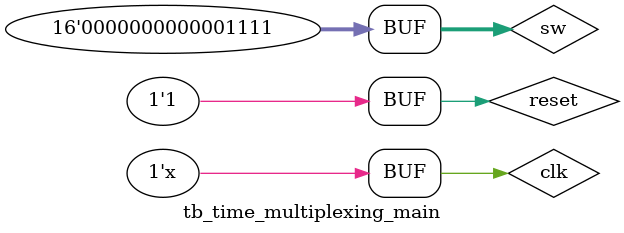
<source format=v>
`timescale 1ns / 1ps


module tb_time_multiplexing_main;
    reg clk;
    reg reset; 
    reg [15:0] sw;
    
    wire [3:0] an;
    wire [6:0] sseg;        

    time_multiplexing_main uut (
        .clk(clk),
        .reset(reset),
        .sw(sw),
        .an(an),
        .sseg(sseg)
);
    initial
    begin
    clk = 0;
    reset = 0;
    sw = 0;
    #10
    reset = 1;
    sw = 16'h0000;
    #10
    sw = 16'h0001;
    #10
    sw = 16'h0002;
    #10
    sw = 16'h0003;
    #10
    sw = 16'h0004;
    #10
    sw = 16'h0005;
    #10
    sw = 16'h0006;
    #10
    sw = 16'h0007;
    #10
    sw = 16'h0008;
    #10
    sw = 16'h000A;
    #10
    sw = 16'h000B;
    #10
    sw = 16'h000C;
    #10
    sw = 16'h000D;
    #10
    sw = 16'h000E;
    #10
    sw = 16'h000F;
    end
    always
    #5 clk = ~clk;
endmodule

</source>
